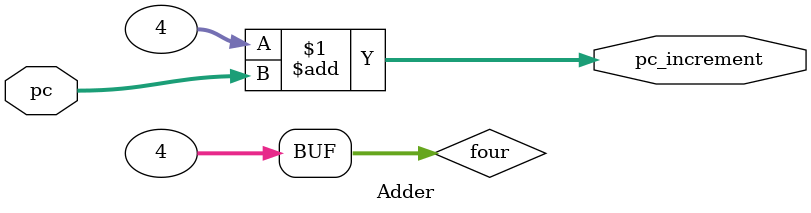
<source format=v>

module add32 (
    input wire [31:0] in1, in2,
    output wire [31:0] out
);
    assign out = in1 + in2;
endmodule

// Módulo Adder
module Adder (
    input wire [31:0] pc,
    output wire [31:0] pc_increment
);
    // Declaração do 4 para somar ao pc
    reg [31:0] four = 32'h00000004;

    // Atribuição da soma do pc
    assign pc_increment = four + pc;
endmodule
</source>
